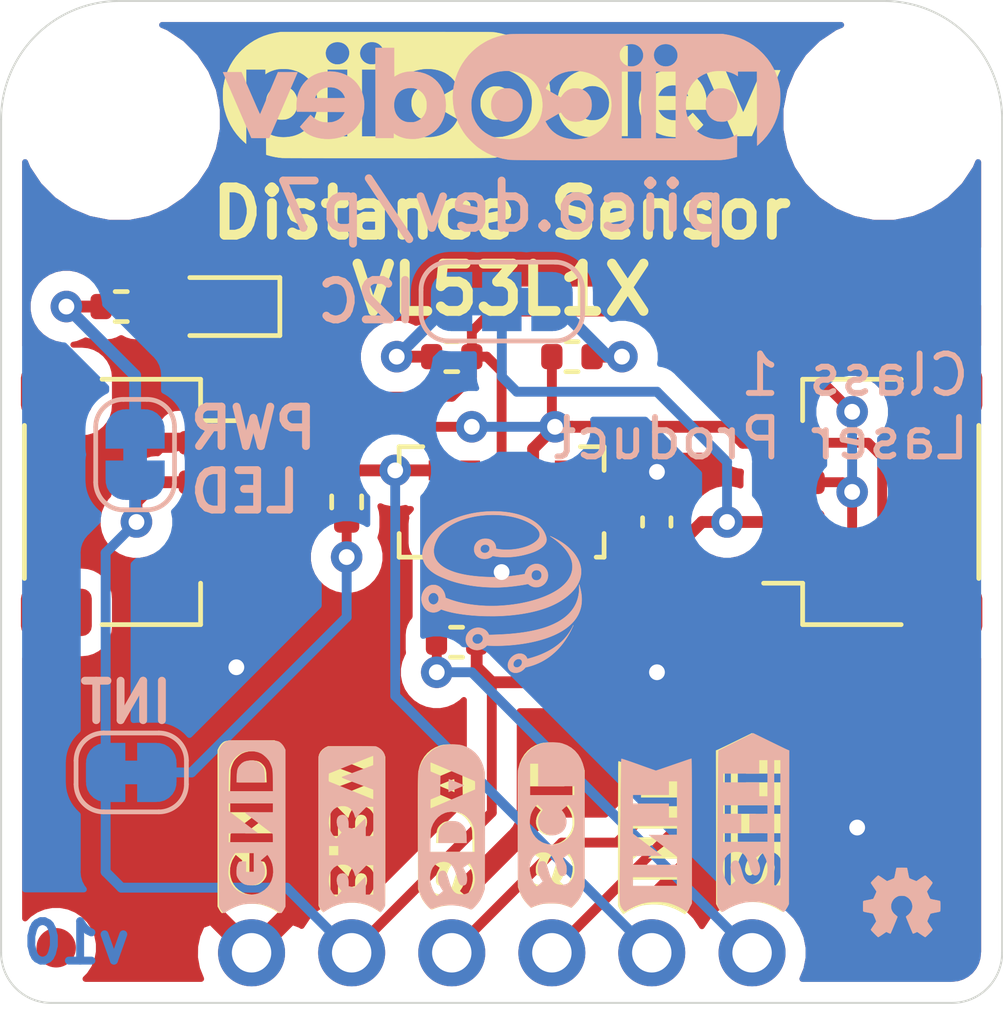
<source format=kicad_pcb>
(kicad_pcb (version 20171130) (host pcbnew "(5.1.8-44-gfd79c7ae46)-1")
  (layers (0 F.Cu signal) (31 B.Cu signal) (34 B.Paste user hide) (35 F.Paste user hide) (36 B.SilkS user) (37 F.SilkS user) (38 B.Mask user hide) (39 F.Mask user) (44 Edge.Cuts user))
  (net 0 "")
  (net 1 +3V3)
  (net 2 GND)
  (net 3 "Net-(D1-Pad2)")
  (net 4 /SCL)
  (net 5 /SDA)
  (net 6 "Net-(JP1-Pad2)")
  (net 7 "Net-(JP3-Pad3)")
  (net 8 "Net-(JP3-Pad1)")
  (net 9 "Net-(JP4-Pad2)")
  (net 10 /~SHUT)
  (net 11 /INT)
  (module CoreElectronics_Components:PiicoDev_header_4pin (layer B.Cu) (at 6.355 24.13 270)
    (fp_text reference J3)
    (fp_text value " ")
    (pad 1 thru_hole circle (at 0 0 270) (size 1.7 1.7) (drill 1) (layers *.Cu *.Mask) (net 2 GND))
    (pad 2 thru_hole oval (at 0 -2.54 270) (size 1.7 1.7) (drill 1) (layers *.Cu *.Mask) (net 1 +3V3))
    (pad 3 thru_hole oval (at 0 -5.08 270) (size 1.7 1.7) (drill 1) (layers *.Cu *.Mask) (net 5 /SDA))
    (pad 4 thru_hole oval (at 0 -7.62 270) (size 1.7 1.7) (drill 1) (layers *.Cu *.Mask) (net 4 /SCL))
  )
  (module CoreElectronics_Components:PiicoDev_header_1pin_INT_uninverted (layer F.Cu) (at 16.51 24.13 270)
    (fp_text reference J5)
    (fp_text value " ")
    (pad 1 thru_hole circle (at 0 0 270) (size 1.7 1.7) (drill 1) (layers *.Cu *.Mask) (net 11 /INT))
  )
  (module CoreElectronics_Artwork:CoreElectronics_logo_5mm_v2 (layer B.Cu) (at 12.7 14.986 180)
    (fp_text reference G*** hide)
    (fp_text value LOGO hide)
  )
  (module CoreElectronics_Artwork:pin-label_SHT_v2 (layer B.Cu) (at 18.928 20.828 90)
    (fp_text reference G*** hide)
    (fp_text value LOGO hide)
  )
  (module CoreElectronics_Artwork:pin-label_SHT_v2 (layer F.Cu) (at 19.208462 20.828 90)
    (fp_text reference G*** hide)
    (fp_text value LOGO hide)
  )
  (module Connector_PinHeader_2.54mm:PinHeader_1x01_P2.54mm_Vertical (layer B.Cu) (at 19.055 24.13)
    (fp_text reference J4 hide)
    (fp_text value " ")
    (pad 1 thru_hole circle (at 0 0) (size 1.7 1.7) (drill 1) (layers *.Cu *.Mask) (net 10 /~SHUT))
  )
  (module OptoDevice:ST_VL53L1X (layer F.Cu) (at 12.7 12.7 180)
    (fp_text reference U1)
    (fp_text value VL35L1x)
    (pad 1 smd rect (at -1.6 -0.8 270) (size 0.5 0.5) (layers F.Cu F.Paste F.Mask) (net 1 +3V3))
    (pad 2 smd rect (at -0.8 -0.79 270) (size 0.5 0.5) (layers F.Cu F.Paste F.Mask) (net 2 GND))
    (pad 3 smd rect (at 0 -0.8 270) (size 0.5 0.5) (layers F.Cu F.Paste F.Mask) (net 2 GND))
    (pad 4 smd rect (at 0.8 -0.8 270) (size 0.5 0.5) (layers F.Cu F.Paste F.Mask) (net 2 GND))
    (pad 5 smd rect (at 1.6 -0.8 270) (size 0.5 0.5) (layers F.Cu F.Paste F.Mask) (net 10 /~SHUT))
    (pad 6 smd rect (at 1.6 0 270) (size 0.5 0.5) (layers F.Cu F.Paste F.Mask) (net 2 GND))
    (pad 7 smd rect (at 1.6 0.8 270) (size 0.5 0.5) (layers F.Cu F.Paste F.Mask) (net 11 /INT))
    (pad 8 smd rect (at 0.8 0.8 270) (size 0.5 0.5) (layers F.Cu F.Paste F.Mask))
    (pad 9 smd rect (at 0 0.8 270) (size 0.5 0.5) (layers F.Cu F.Paste F.Mask) (net 5 /SDA))
    (pad 10 smd rect (at -0.8 0.8 270) (size 0.5 0.5) (layers F.Cu F.Paste F.Mask) (net 4 /SCL))
    (pad 11 smd rect (at -1.6 0.8 270) (size 0.5 0.5) (layers F.Cu F.Paste F.Mask) (net 1 +3V3))
    (pad 12 smd rect (at -1.6 0 270) (size 0.5 0.5) (layers F.Cu F.Paste F.Mask) (net 2 GND))
  )
  (module Capacitor_SMD:C_0402_1005Metric (layer F.Cu) (at 16.637 13.208 270)
    (fp_text reference C2 hide)
    (fp_text value 4u7)
    (pad 2 smd roundrect (at 0.48 0 270) (size 0.56 0.62) (layers F.Cu F.Paste F.Mask) (net 1 +3V3))
    (pad 1 smd roundrect (at -0.48 0 270) (size 0.56 0.62) (layers F.Cu F.Paste F.Mask) (net 2 GND))
  )
  (module Jumper:SolderJumper-2_P1.3mm_Bridged_RoundedPad1.0x1.5mm (layer B.Cu) (at 3.302 19.558)
    (fp_text reference JP4 hide)
    (fp_text value INT)
    (fp_poly (pts (xy 0.25 0.3) (xy -0.25 0.3) (xy -0.25 -0.3) (xy 0.25 -0.3)) (layer B.Cu) (width 0))
    (pad 1 smd custom (at -0.65 0) (size 1 0.5) (layers B.Cu B.Mask) (net 1 +3V3) (options (clearance outline) (anchor rect)) (primitives (gr_circle (center 0 -0.25) (end 0.5 -0.25) (width 0)) (gr_circle (center 0 0.25) (end 0.5 0.25) (width 0)) (gr_poly (pts (xy 0 0.75) (xy 0.5 0.75) (xy 0.5 -0.75) (xy 0 -0.75)) (width 0))))
    (pad 2 smd custom (at 0.65 0) (size 1 0.5) (layers B.Cu B.Mask) (net 9 "Net-(JP4-Pad2)") (options (clearance outline) (anchor rect)) (primitives (gr_circle (center 0 -0.25) (end 0.5 -0.25) (width 0)) (gr_circle (center 0 0.25) (end 0.5 0.25) (width 0)) (gr_poly (pts (xy 0 0.75) (xy -0.5 0.75) (xy -0.5 -0.75) (xy 0 -0.75)) (width 0))))
  )
  (module Resistor_SMD:R_0402_1005Metric (layer F.Cu) (at 3.048 7.747)
    (fp_text reference R1 hide)
    (fp_text value 1k hide)
    (pad 2 smd roundrect (at 0.51 0) (size 0.54 0.64) (layers F.Cu F.Paste F.Mask) (net 3 "Net-(D1-Pad2)"))
    (pad 1 smd roundrect (at -0.51 0) (size 0.54 0.64) (layers F.Cu F.Paste F.Mask) (net 6 "Net-(JP1-Pad2)"))
  )
  (module Resistor_SMD:R_0402_1005Metric (layer F.Cu) (at 11.435 9.017)
    (fp_text reference R4 hide)
    (fp_text value 4k7 hide)
    (pad 2 smd roundrect (at 0.51 0) (size 0.54 0.64) (layers F.Cu F.Paste F.Mask) (net 5 /SDA))
    (pad 1 smd roundrect (at -0.51 0) (size 0.54 0.64) (layers F.Cu F.Paste F.Mask) (net 7 "Net-(JP3-Pad3)"))
  )
  (module Resistor_SMD:R_0402_1005Metric (layer F.Cu) (at 14.485 9.017 180)
    (fp_text reference R3 hide)
    (fp_text value 4k7 hide)
    (pad 2 smd roundrect (at 0.51 0 180) (size 0.54 0.64) (layers F.Cu F.Paste F.Mask) (net 4 /SCL))
    (pad 1 smd roundrect (at -0.51 0 180) (size 0.54 0.64) (layers F.Cu F.Paste F.Mask) (net 8 "Net-(JP3-Pad1)"))
  )
  (module Resistor_SMD:R_0402_1005Metric (layer F.Cu) (at 8.768 12.7 90)
    (fp_text reference R2 hide)
    (fp_text value 10k)
    (pad 2 smd roundrect (at 0.51 0 90) (size 0.54 0.64) (layers F.Cu F.Paste F.Mask) (net 11 /INT))
    (pad 1 smd roundrect (at -0.51 0 90) (size 0.54 0.64) (layers F.Cu F.Paste F.Mask) (net 9 "Net-(JP4-Pad2)"))
  )
  (module Resistor_SMD:R_0402_1005Metric (layer F.Cu) (at 11.557 16.256 180)
    (fp_text reference R5 hide)
    (fp_text value 10k)
    (pad 2 smd roundrect (at 0.51 0 180) (size 0.54 0.64) (layers F.Cu F.Paste F.Mask) (net 10 /~SHUT))
    (pad 1 smd roundrect (at -0.51 0 180) (size 0.54 0.64) (layers F.Cu F.Paste F.Mask) (net 1 +3V3))
  )
  (module CoreElectronics_Components:SolderJumper-3_P1.3mm_Closed_RoundedPad1.0x1.5mm_NumberLabels (layer B.Cu) (at 12.705 7.62 180)
    (fp_text reference JP3 hide)
    (fp_text value I2C)
    (fp_poly (pts (xy 0.8 -0.3) (xy -0.8 -0.3) (xy -0.8 0.3) (xy 0.8 0.3)) (layer B.Cu) (width 0.1))
    (pad 1 smd custom (at -1.3 0 180) (size 1 0.5) (layers B.Cu B.Mask) (net 8 "Net-(JP3-Pad1)") (options (clearance outline) (anchor rect)) (primitives (gr_circle (center 0 -0.25) (end 0.5 -0.25) (width 0)) (gr_circle (center 0 0.25) (end 0.5 0.25) (width 0)) (gr_poly (pts (xy 0.55 0.75) (xy 0 0.75) (xy 0 -0.75) (xy 0.55 -0.75)) (width 0))))
    (pad 3 smd custom (at 1.3 0 180) (size 1 0.5) (layers B.Cu B.Mask) (net 7 "Net-(JP3-Pad3)") (options (clearance outline) (anchor rect)) (primitives (gr_circle (center 0 -0.25) (end 0.5 -0.25) (width 0)) (gr_circle (center 0 0.25) (end 0.5 0.25) (width 0)) (gr_poly (pts (xy -0.55 0.75) (xy 0 0.75) (xy 0 -0.75) (xy -0.55 -0.75)) (width 0))))
    (pad 2 smd rect (at 0 0 180) (size 1 1.5) (layers B.Cu B.Mask) (net 1 +3V3))
  )
  (module PiicoDev_Artwork:piicodev_logo_14.2x3.4mm (layer B.Cu) (at 12.684047 2.54 180)
    (fp_text reference G1 hide)
    (fp_text value LOGO_CoreElectronics_made-with-love hide)
  )
  (module Piico_Artwork:piicodev_logo_14.2x3.4mm (layer F.Cu) (at 12.715953 2.4892)
    (fp_text reference G2 hide)
    (fp_text value LOGO_piico hide)
  )
  (module Fiducial:Fiducial_1mm_Mask2mm (layer F.Cu) (at 24.003 6.985)
    (fp_text reference FID2 hide)
    (fp_text value Fiducial)
    (pad "" smd circle (at 0 0) (size 1 1) (layers F.Cu F.Mask) (clearance 0.5))
  )
  (module Fiducial:Fiducial_1mm_Mask2mm (layer F.Cu) (at 1.397 24.003)
    (fp_text reference FID1 hide)
    (fp_text value Fiducial)
    (pad "" smd circle (at 0 0) (size 1 1) (layers F.Cu F.Mask) (clearance 0.5))
  )
  (module MountingHole:MountingHole_2.7mm_M2.5 (layer F.Cu) (at 22.4 3)
    (fp_text reference H4 hide)
    (fp_text value MountingHole)
    (pad 1 np_thru_hole circle (at 0 0) (size 2.7 2.7) (drill 2.7) (layers *.Cu *.Mask))
  )
  (module MountingHole:MountingHole_2.7mm_M2.5 (layer F.Cu) (at 3 3)
    (fp_text reference H1 hide)
    (fp_text value MountingHole)
    (pad 1 np_thru_hole circle (at 0 0) (size 2.7 2.7) (drill 2.7) (layers *.Cu *.Mask))
  )
  (module CoreElectronics_Logos:oshw (layer B.Cu) (at 22.86 22.86 180)
    (fp_text reference LOGO1 hide)
    (fp_text value Logo_Open_Hardware_Small hide)
  )
  (module Jumper:SolderJumper-2_P1.3mm_Bridged_RoundedPad1.0x1.5mm (layer B.Cu) (at 3.4 11.5 90)
    (fp_text reference JP1 hide)
    (fp_text value LED hide)
    (fp_poly (pts (xy 0.25 0.3) (xy -0.25 0.3) (xy -0.25 -0.3) (xy 0.25 -0.3)) (layer B.Cu) (width 0))
    (pad 1 smd custom (at -0.65 0 90) (size 1 0.5) (layers B.Cu B.Mask) (net 1 +3V3) (options (clearance outline) (anchor rect)) (primitives (gr_circle (center 0 -0.25) (end 0.5 -0.25) (width 0)) (gr_circle (center 0 0.25) (end 0.5 0.25) (width 0)) (gr_poly (pts (xy 0 0.75) (xy 0.5 0.75) (xy 0.5 -0.75) (xy 0 -0.75)) (width 0))))
    (pad 2 smd custom (at 0.65 0 90) (size 1 0.5) (layers B.Cu B.Mask) (net 6 "Net-(JP1-Pad2)") (options (clearance outline) (anchor rect)) (primitives (gr_circle (center 0 -0.25) (end 0.5 -0.25) (width 0)) (gr_circle (center 0 0.25) (end 0.5 0.25) (width 0)) (gr_poly (pts (xy 0 0.75) (xy -0.5 0.75) (xy -0.5 -0.75) (xy 0 -0.75)) (width 0))))
  )
  (module Connector_JST:JST_SH_SM04B-SRSS-TB_1x04-1MP_P1.00mm_Horizontal (layer F.Cu) (at 22.1234 12.7 90)
    (fp_text reference J2 hide)
    (fp_text value " " hide)
    (pad MP smd roundrect (at 2.8 1.875 90) (size 1.2 1.8) (layers F.Cu F.Paste F.Mask) (roundrect_rratio 0.2083325))
    (pad MP smd roundrect (at -2.8 1.875 90) (size 1.2 1.8) (layers F.Cu F.Paste F.Mask) (roundrect_rratio 0.2083325))
    (pad 4 smd roundrect (at 1.5 -2 90) (size 0.6 1.55) (layers F.Cu F.Paste F.Mask) (net 4 /SCL))
    (pad 3 smd roundrect (at 0.5 -2 90) (size 0.6 1.55) (layers F.Cu F.Paste F.Mask) (net 5 /SDA))
    (pad 2 smd roundrect (at -0.5 -2 90) (size 0.6 1.55) (layers F.Cu F.Paste F.Mask) (net 1 +3V3))
    (pad 1 smd roundrect (at -1.5 -2 90) (size 0.6 1.55) (layers F.Cu F.Paste F.Mask) (net 2 GND))
  )
  (module Connector_JST:JST_SH_SM04B-SRSS-TB_1x04-1MP_P1.00mm_Horizontal (layer F.Cu) (at 3.2766 12.7 270)
    (fp_text reference J1 hide)
    (fp_text value " " hide)
    (pad 1 smd roundrect (at -1.5 -2 270) (size 0.6 1.55) (layers F.Cu F.Paste F.Mask) (net 2 GND))
    (pad 2 smd roundrect (at -0.5 -2 270) (size 0.6 1.55) (layers F.Cu F.Paste F.Mask) (net 1 +3V3))
    (pad 3 smd roundrect (at 0.5 -2 270) (size 0.6 1.55) (layers F.Cu F.Paste F.Mask) (net 5 /SDA))
    (pad 4 smd roundrect (at 1.5 -2 270) (size 0.6 1.55) (layers F.Cu F.Paste F.Mask) (net 4 /SCL))
    (pad MP smd roundrect (at -2.8 1.875 270) (size 1.2 1.8) (layers F.Cu F.Paste F.Mask) (roundrect_rratio 0.2083325))
    (pad MP smd roundrect (at 2.8 1.875 270) (size 1.2 1.8) (layers F.Cu F.Paste F.Mask) (roundrect_rratio 0.2083325))
  )
  (module LED_SMD:LED_0603_1608Metric (layer F.Cu) (at 5.588 7.747 180)
    (fp_text reference D1 hide)
    (fp_text value LED hide)
    (pad 1 smd roundrect (at -0.7875 0 180) (size 0.875 0.95) (layers F.Cu F.Paste F.Mask) (net 2 GND))
    (pad 2 smd roundrect (at 0.7875 0 180) (size 0.875 0.95) (layers F.Cu F.Paste F.Mask) (net 3 "Net-(D1-Pad2)"))
  )
  (module Capacitor_SMD:C_0402_1005Metric (layer F.Cu) (at 13.843 16.256)
    (fp_text reference C1 hide)
    (fp_text value 100n hide)
    (pad 1 smd roundrect (at -0.485 0) (size 0.59 0.64) (layers F.Cu F.Paste F.Mask) (net 2 GND))
    (pad 2 smd roundrect (at 0.485 0) (size 0.59 0.64) (layers F.Cu F.Paste F.Mask) (net 1 +3V3))
  )
  (gr_text "Class 1\nLaser Product" (at 24.643 10.287) (layer B.SilkS) (effects (font (size 1 1)) (justify left mirror)))
  (gr_text INT (at 3.175 17.78) (layer B.SilkS) (effects (font (size 1 1) (thickness 0.2)) (justify mirror)))
  (gr_arc (start 22.4 3) (end 25.4 3) (angle -90) (layer Edge.Cuts) (width 0.05))
  (gr_arc (start 3 3) (end 3 0) (angle -90) (layer Edge.Cuts) (width 0.05))
  (gr_arc (start 24.13 24.13) (end 24.13 25.4) (angle -90) (layer Edge.Cuts) (width 0.05))
  (gr_arc (start 1.27 24.13) (end 0 24.13) (angle -90) (layer Edge.Cuts) (width 0.05))
  (gr_line (start 24.13 25.4) (end 1.27 25.4) (layer Edge.Cuts) (width 0.05))
  (gr_line (start 25.4 3) (end 25.4 24.13) (layer Edge.Cuts) (width 0.05))
  (gr_line (start 3 0) (end 22.4 0) (layer Edge.Cuts) (width 0.05))
  (gr_line (start 0 24.13) (end 0 3) (layer Edge.Cuts) (width 0.05))
  (gr_text piico.dev/p7 (at 12.7 5.207) (layer B.SilkS) (effects (font (size 1.2 1.2) (thickness 0.2)) (justify mirror)))
  (gr_text "PWR\nLED" (at 4.699 11.6365) (layer B.SilkS) (effects (font (size 1 1) (thickness 0.2)) (justify right mirror)))
  (gr_text I2C (at 9.276 7.62) (layer B.SilkS) (effects (font (size 1 1) (thickness 0.2)) (justify mirror)))
  (gr_text v10 (at 1.91 23.876) (layer B.Cu) (effects (font (size 1 1) (thickness 0.2)) (justify mirror)))
  (gr_text "Distance Sensor\nVL53L1X" (at 12.7 6.35) (layer F.SilkS) (effects (font (size 1.2 1.2) (thickness 0.25))))
  (segment (start 16.665 13.716) (end 16.637 13.688) (width 0.3) (layer F.Cu) (net 1))
  (segment (start 17.277 13.716) (end 16.665 13.716) (width 0.3) (layer F.Cu) (net 1))
  (segment (start 17.785 13.208) (end 17.277 13.716) (width 0.3) (layer F.Cu) (net 1))
  (segment (start 20.1234 13.2) (end 20.1154 13.208) (width 0.3) (layer F.Cu) (net 1))
  (segment (start 14.85 11.9) (end 14.3 11.9) (width 0.3) (layer F.Cu) (net 1))
  (segment (start 15.245 12.295) (end 14.85 11.9) (width 0.3) (layer F.Cu) (net 1))
  (segment (start 15.245 12.7) (end 15.245 12.295) (width 0.3) (layer F.Cu) (net 1))
  (segment (start 14.85 13.5) (end 14.3 13.5) (width 0.3) (layer F.Cu) (net 1))
  (segment (start 15.245 13.105) (end 14.85 13.5) (width 0.3) (layer F.Cu) (net 1))
  (segment (start 15.245 12.7) (end 15.245 13.105) (width 0.3) (layer F.Cu) (net 1))
  (segment (start 15.828 13.688) (end 15.245 13.105) (width 0.3) (layer F.Cu) (net 1))
  (segment (start 16.637 13.688) (end 15.828 13.688) (width 0.3) (layer F.Cu) (net 1))
  (segment (start 14.328 13.528) (end 14.3 13.5) (width 0.3) (layer F.Cu) (net 1))
  (segment (start 14.328 16.919) (end 14.328 16.256) (width 0.3) (layer F.Cu) (net 1))
  (segment (start 13.975 17.272) (end 14.328 16.919) (width 0.3) (layer F.Cu) (net 1))
  (segment (start 12.451 17.272) (end 13.975 17.272) (width 0.3) (layer F.Cu) (net 1))
  (segment (start 12.067 16.888) (end 12.451 17.272) (width 0.3) (layer F.Cu) (net 1))
  (segment (start 12.067 16.256) (end 12.067 16.888) (width 0.3) (layer F.Cu) (net 1))
  (segment (start 2.652 19.558) (end 2.652 22.078) (width 0.25) (layer B.Cu) (net 1))
  (segment (start 2.652 22.078) (end 3.053 22.479) (width 0.25) (layer B.Cu) (net 1))
  (segment (start 7.244 22.479) (end 7.879 23.114) (width 0.25) (layer B.Cu) (net 1))
  (segment (start 3.053 22.479) (end 7.244 22.479) (width 0.25) (layer B.Cu) (net 1))
  (segment (start 8.895 24.13) (end 7.879 23.114) (width 0.25) (layer B.Cu) (net 1))
  (via (at 18.42 13.208) (size 0.8) (drill 0.4) (layers F.Cu B.Cu) (net 1))
  (segment (start 20.1154 13.208) (end 18.42 13.208) (width 0.3) (layer F.Cu) (net 1))
  (segment (start 18.42 13.208) (end 17.785 13.208) (width 0.3) (layer F.Cu) (net 1))
  (segment (start 12.451 20.574) (end 8.895 24.13) (width 0.25) (layer F.Cu) (net 1))
  (segment (start 12.451 17.272) (end 12.451 20.574) (width 0.25) (layer F.Cu) (net 1))
  (via (at 3.434 13.207966) (size 0.8) (drill 0.4) (layers F.Cu B.Cu) (net 1))
  (segment (start 3.4 13.173966) (end 3.434 13.207966) (width 0.3) (layer B.Cu) (net 1))
  (segment (start 3.4 12.15) (end 3.4 13.173966) (width 0.3) (layer B.Cu) (net 1))
  (segment (start 2.652 19.558) (end 2.652 13.989966) (width 0.25) (layer B.Cu) (net 1))
  (segment (start 2.652 13.989966) (end 3.434 13.207966) (width 0.25) (layer B.Cu) (net 1))
  (segment (start 3.434 12.7) (end 3.434 13.207966) (width 0.3) (layer F.Cu) (net 1))
  (segment (start 3.934 12.2) (end 3.434 12.7) (width 0.3) (layer F.Cu) (net 1))
  (segment (start 5.2766 12.2) (end 3.934 12.2) (width 0.3) (layer F.Cu) (net 1))
  (segment (start 16.637 14.61) (end 16.637 13.688) (width 0.25) (layer F.Cu) (net 1))
  (segment (start 14.991 16.256) (end 16.637 14.61) (width 0.25) (layer F.Cu) (net 1))
  (segment (start 14.328 16.256) (end 14.991 16.256) (width 0.25) (layer F.Cu) (net 1))
  (segment (start 12.705 9.525) (end 12.705 7.62) (width 0.25) (layer B.Cu) (net 1))
  (segment (start 13.086 9.906) (end 12.705 9.525) (width 0.25) (layer B.Cu) (net 1))
  (segment (start 16.642 9.906) (end 13.086 9.906) (width 0.25) (layer B.Cu) (net 1))
  (segment (start 18.42 11.684) (end 16.642 9.906) (width 0.25) (layer B.Cu) (net 1))
  (segment (start 18.42 13.208) (end 18.42 11.684) (width 0.25) (layer B.Cu) (net 1))
  (segment (start 13.49 13.5) (end 13.5 13.49) (width 0.25) (layer F.Cu) (net 2))
  (via (at 12.7 14.478) (size 0.8) (drill 0.4) (layers F.Cu B.Cu) (net 2))
  (via (at 16.642 11.938) (size 0.8) (drill 0.4) (layers F.Cu B.Cu) (net 2))
  (segment (start 12.705 13.495) (end 12.7 13.5) (width 0.25) (layer F.Cu) (net 2))
  (segment (start 12.705 12.7) (end 12.705 13.495) (width 0.25) (layer F.Cu) (net 2))
  (segment (start 14.3 12.7) (end 12.705 12.7) (width 0.25) (layer F.Cu) (net 2))
  (segment (start 12.705 12.7) (end 11.1 12.7) (width 0.25) (layer F.Cu) (net 2))
  (via (at 5.969 16.891) (size 0.8) (drill 0.4) (layers F.Cu B.Cu) (net 2))
  (via (at 21.722 20.955) (size 0.8) (drill 0.4) (layers F.Cu B.Cu) (net 2))
  (via (at 16.642 17.018) (size 0.8) (drill 0.4) (layers F.Cu B.Cu) (net 2))
  (segment (start 3.558 7.747) (end 4.8005 7.747) (width 0.3) (layer F.Cu) (net 3))
  (segment (start 13.5 11.35) (end 13.5 11.9) (width 0.3) (layer F.Cu) (net 4))
  (segment (start 14.055 10.795) (end 13.5 11.35) (width 0.3) (layer F.Cu) (net 4))
  (segment (start 14.483 10.795) (end 14.055 10.795) (width 0.3) (layer F.Cu) (net 4))
  (segment (start 18.42 10.795) (end 14.483 10.795) (width 0.3) (layer F.Cu) (net 4))
  (segment (start 18.825 11.2) (end 18.42 10.795) (width 0.3) (layer F.Cu) (net 4))
  (segment (start 20.1234 11.2) (end 18.825 11.2) (width 0.3) (layer F.Cu) (net 4))
  (segment (start 22 11.2) (end 20.1234 11.2) (width 0.25) (layer F.Cu) (net 4))
  (segment (start 22.357 11.557) (end 22 11.2) (width 0.25) (layer F.Cu) (net 4))
  (segment (start 22.357 15.748) (end 22.357 11.557) (width 0.25) (layer F.Cu) (net 4))
  (segment (start 13.975 24.13) (end 22.357 15.748) (width 0.25) (layer F.Cu) (net 4))
  (segment (start 13.8245 11.0255) (end 14.055 10.795) (width 0.25) (layer F.Cu) (net 4))
  (segment (start 13.975 10.875) (end 13.8245 11.0255) (width 0.25) (layer F.Cu) (net 4))
  (segment (start 13.975 9.017) (end 13.975 10.875) (width 0.25) (layer F.Cu) (net 4))
  (via (at 11.943 10.795) (size 0.8) (drill 0.4) (layers F.Cu B.Cu) (net 4))
  (segment (start 9.192446 10.795) (end 11.943 10.795) (width 0.25) (layer F.Cu) (net 4))
  (segment (start 5.787446 14.2) (end 9.192446 10.795) (width 0.25) (layer F.Cu) (net 4))
  (segment (start 5.2766 14.2) (end 5.787446 14.2) (width 0.25) (layer F.Cu) (net 4))
  (via (at 14.055 10.795) (size 0.8) (drill 0.4) (layers F.Cu B.Cu) (net 4))
  (segment (start 11.943 10.795) (end 14.055 10.795) (width 0.25) (layer B.Cu) (net 4))
  (segment (start 20.1234 12.2) (end 21.349 12.2) (width 0.25) (layer F.Cu) (net 5))
  (segment (start 21.349 12.2) (end 21.595 12.446) (width 0.25) (layer F.Cu) (net 5))
  (segment (start 21.595 12.446) (end 21.595 15.367) (width 0.25) (layer F.Cu) (net 5))
  (segment (start 21.595 15.367) (end 15.626 21.336) (width 0.25) (layer F.Cu) (net 5))
  (segment (start 14.229 21.336) (end 11.435 24.13) (width 0.25) (layer F.Cu) (net 5))
  (segment (start 15.626 21.336) (end 14.229 21.336) (width 0.25) (layer F.Cu) (net 5))
  (via (at 21.595 10.414) (size 0.8) (drill 0.4) (layers F.Cu B.Cu) (net 5))
  (via (at 21.595 12.446) (size 0.8) (drill 0.4) (layers F.Cu B.Cu) (net 5))
  (segment (start 21.595 10.414) (end 21.595 12.446) (width 0.25) (layer B.Cu) (net 5))
  (segment (start 19.055 7.874) (end 21.595 10.414) (width 0.25) (layer F.Cu) (net 5))
  (segment (start 12.451 7.874) (end 19.055 7.874) (width 0.25) (layer F.Cu) (net 5))
  (segment (start 11.945 8.38) (end 12.451 7.874) (width 0.25) (layer F.Cu) (net 5))
  (segment (start 11.945 9.017) (end 11.945 8.38) (width 0.25) (layer F.Cu) (net 5))
  (segment (start 12.324 9.017) (end 11.945 9.017) (width 0.25) (layer F.Cu) (net 5))
  (segment (start 12.7 9.393) (end 12.324 9.017) (width 0.25) (layer F.Cu) (net 5))
  (segment (start 12.7 11.9) (end 12.7 9.393) (width 0.25) (layer F.Cu) (net 5))
  (segment (start 11.945 9.523) (end 11.945 9.017) (width 0.25) (layer F.Cu) (net 5))
  (segment (start 11.435 10.033) (end 11.945 9.523) (width 0.25) (layer F.Cu) (net 5))
  (segment (start 9.022 10.033) (end 11.435 10.033) (width 0.25) (layer F.Cu) (net 5))
  (segment (start 5.855 13.2) (end 9.022 10.033) (width 0.25) (layer F.Cu) (net 5))
  (segment (start 5.2766 13.2) (end 5.855 13.2) (width 0.25) (layer F.Cu) (net 5))
  (via (at 1.656 7.747) (size 0.8) (drill 0.4) (layers F.Cu B.Cu) (net 6))
  (segment (start 3.4 9.491) (end 1.656 7.747) (width 0.3) (layer B.Cu) (net 6))
  (segment (start 3.4 10.85) (end 3.4 9.491) (width 0.3) (layer B.Cu) (net 6))
  (segment (start 1.656 7.747) (end 2.538 7.747) (width 0.3) (layer F.Cu) (net 6))
  (via (at 10.038 9.017) (size 0.8) (drill 0.4) (layers F.Cu B.Cu) (net 7))
  (segment (start 11.405 7.65) (end 10.038 9.017) (width 0.3) (layer B.Cu) (net 7))
  (segment (start 11.405 7.62) (end 11.405 7.65) (width 0.3) (layer B.Cu) (net 7))
  (segment (start 10.038 9.017) (end 10.925 9.017) (width 0.3) (layer F.Cu) (net 7))
  (via (at 15.753018 9.017) (size 0.8) (drill 0.4) (layers F.Cu B.Cu) (net 8))
  (segment (start 14.995 9.017) (end 15.753018 9.017) (width 0.3) (layer F.Cu) (net 8))
  (segment (start 15.402 9.017) (end 14.005 7.62) (width 0.3) (layer B.Cu) (net 8))
  (segment (start 15.753018 9.017) (end 15.402 9.017) (width 0.3) (layer B.Cu) (net 8))
  (segment (start 8.768 12.19) (end 9.058 11.9) (width 0.3) (layer F.Cu) (net 11))
  (via (at 10 11.9) (size 0.8) (drill 0.4) (layers F.Cu B.Cu) (net 11))
  (segment (start 10 11.9) (end 11.1 11.9) (width 0.3) (layer F.Cu) (net 11))
  (segment (start 9.058 11.9) (end 10 11.9) (width 0.3) (layer F.Cu) (net 11))
  (segment (start 10 17.615) (end 10 11.9) (width 0.25) (layer B.Cu) (net 11))
  (segment (start 16.515 24.13) (end 10 17.615) (width 0.25) (layer B.Cu) (net 11))
  (via (at 8.768 14.097) (size 0.8) (drill 0.4) (layers F.Cu B.Cu) (net 9))
  (segment (start 8.768 14.097) (end 8.768 13.21) (width 0.25) (layer F.Cu) (net 9))
  (segment (start 8.768 15.621) (end 8.768 14.097) (width 0.25) (layer B.Cu) (net 9))
  (segment (start 4.831 19.558) (end 8.768 15.621) (width 0.25) (layer B.Cu) (net 9))
  (segment (start 3.952 19.558) (end 4.831 19.558) (width 0.25) (layer B.Cu) (net 9))
  (segment (start 11.1 16.203) (end 11.047 16.256) (width 0.3) (layer F.Cu) (net 10))
  (segment (start 11.1 13.5) (end 11.1 16.203) (width 0.3) (layer F.Cu) (net 10))
  (via (at 11.054 17.018) (size 0.8) (drill 0.4) (layers F.Cu B.Cu) (net 10))
  (segment (start 19.055 24.13) (end 11.943 17.018) (width 0.25) (layer B.Cu) (net 10))
  (segment (start 11.943 17.018) (end 11.054 17.018) (width 0.25) (layer B.Cu) (net 10))
  (segment (start 11.054 16.263) (end 11.047 16.256) (width 0.25) (layer F.Cu) (net 10))
  (segment (start 11.054 17.018) (end 11.054 16.263) (width 0.25) (layer F.Cu) (net 10))
  (zone (net 2) (net_name GND) (layer B.Cu) (connect_pads (clearance 0.508)) (min_thickness 0.15) (fill yes (arc_segments 32) (thermal_gap 0.508) (thermal_bridge_width 0.508))
    (polygon (pts (xy 23.622 0.254) (xy 24.384 0.762) (xy 25.019 1.524) (xy 25.4 2.667) (xy 25.4 3.429) (xy 25.4 4.826) (xy 25.4 7.5) (xy 25.4 22.5298) (xy 25.4 23.876) (xy 25.3365 24.384) (xy 25.019 24.892) (xy 24.511 25.273) (xy 24.003 25.4) (xy 22.5044 25.4) (xy 1.778 25.4) (xy 1.0795 25.3365) (xy 0.4445 24.9555) (xy 0.0635 24.3205) (xy 0 23.876) (xy 0 22.4028) (xy 0 3.1242) (xy 0.0762 2.3368) (xy 0.4318 1.4732) (xy 0.9398 0.8382) (xy 1.6256 0.3556) (xy 2.4384 0.0508) (xy 3.048 0) (xy 22.606 0)))
  )
  (zone (net 2) (net_name GND) (layer F.Cu) (priority 3) (connect_pads (clearance 0.508)) (min_thickness 0.15) (fill yes (arc_segments 32) (thermal_gap 0.508) (thermal_bridge_width 0.508))
    (polygon (pts (xy 23.622 0.254) (xy 24.384 0.762) (xy 25.019 1.524) (xy 25.4 2.667) (xy 25.4 3.429) (xy 25.4 4.826) (xy 25.4 7.5) (xy 25.4 22.5298) (xy 25.4 23.876) (xy 25.3365 24.384) (xy 25.019 24.892) (xy 24.511 25.273) (xy 24.003 25.4) (xy 22.5044 25.4) (xy 1.778 25.4) (xy 1.0795 25.3365) (xy 0.4445 24.9555) (xy 0.0635 24.3205) (xy 0 23.876) (xy 0 22.4028) (xy 0 3.1242) (xy 0.0762 2.3368) (xy 0.4318 1.4732) (xy 0.9398 0.8382) (xy 1.6256 0.3556) (xy 2.4384 0.0508) (xy 3.048 0) (xy 22.606 0)))
  )
  (zone (net 0) (net_name "") (layer F.Cu) (connect_pads (clearance 0.35)) (min_thickness 0.254)
    (keepout (tracks allowed) (vias allowed) (copperpour not_allowed))
    (fill (arc_segments 32) (thermal_gap 0.508) (thermal_bridge_width 0.508))
    (polygon (pts (xy 14.351 13.462) (xy 11.176 13.462) (xy 11.176 12.065) (xy 14.351 12.065)))
  )
  (zone (net 2) (net_name GND) (layer F.Cu) (priority 3) (connect_pads (clearance 0.3)) (min_thickness 0.2) (fill yes (arc_segments 32) (thermal_gap 0.3) (thermal_bridge_width 0.25))
    (polygon (pts (xy 13.975 14.859) (xy 11.435 14.859) (xy 11.435 13.462) (xy 13.975 13.462)))
  )
)
</source>
